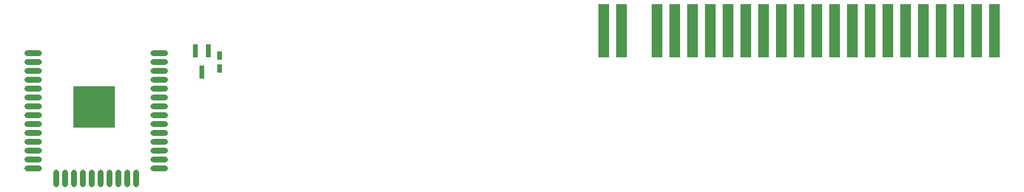
<source format=gtp>
%TF.GenerationSoftware,KiCad,Pcbnew,(5.1.8)-1*%
%TF.CreationDate,2020-12-05T18:28:33+00:00*%
%TF.ProjectId,ZX21,5a583231-2e6b-4696-9361-645f70636258,v01*%
%TF.SameCoordinates,Original*%
%TF.FileFunction,Paste,Top*%
%TF.FilePolarity,Positive*%
%FSLAX46Y46*%
G04 Gerber Fmt 4.6, Leading zero omitted, Abs format (unit mm)*
G04 Created by KiCad (PCBNEW (5.1.8)-1) date 2020-12-05 18:28:33*
%MOMM*%
%LPD*%
G01*
G04 APERTURE LIST*
%ADD10R,0.750000X1.200000*%
%ADD11R,0.800000X1.900000*%
%ADD12R,6.000000X6.000000*%
%ADD13O,2.500000X0.900000*%
%ADD14O,0.900000X2.500000*%
%ADD15R,1.524000X7.620000*%
G04 APERTURE END LIST*
D10*
%TO.C,C303*%
X60325000Y-46985000D03*
X60325000Y-45085000D03*
%TD*%
D11*
%TO.C,IC303*%
X57787500Y-47450000D03*
X56837500Y-44450000D03*
X58737500Y-44450000D03*
%TD*%
D12*
%TO.C,IC302*%
X42355000Y-52467500D03*
D13*
X33655000Y-44767500D03*
X33655000Y-46037500D03*
X33655000Y-47307500D03*
X33655000Y-48577500D03*
X33655000Y-49847500D03*
X33655000Y-51117500D03*
X33655000Y-52387500D03*
X33655000Y-53657500D03*
X33655000Y-54927500D03*
X33655000Y-56197500D03*
X33655000Y-57467500D03*
X33655000Y-58737500D03*
X33655000Y-60007500D03*
X33655000Y-61277500D03*
D14*
X36940000Y-62767500D03*
X38210000Y-62767500D03*
X39480000Y-62767500D03*
X40750000Y-62767500D03*
X42020000Y-62767500D03*
X43290000Y-62767500D03*
X44560000Y-62767500D03*
X45830000Y-62767500D03*
X47100000Y-62767500D03*
X48370000Y-62767500D03*
D13*
X51655000Y-61277500D03*
X51655000Y-60007500D03*
X51655000Y-58737500D03*
X51655000Y-57467500D03*
X51655000Y-56197500D03*
X51655000Y-54927500D03*
X51655000Y-53657500D03*
X51655000Y-52387500D03*
X51655000Y-51117500D03*
X51655000Y-49847500D03*
X51655000Y-48577500D03*
X51655000Y-47307500D03*
X51655000Y-46037500D03*
X51655000Y-44767500D03*
%TD*%
D15*
%TO.C,EDGE1*%
X115252500Y-41592500D03*
X117792500Y-41592500D03*
X122872500Y-41592500D03*
X125412500Y-41592500D03*
X138112500Y-41592500D03*
X140652500Y-41592500D03*
X143192500Y-41592500D03*
X145732500Y-41592500D03*
X135572500Y-41592500D03*
X133032500Y-41592500D03*
X130492500Y-41592500D03*
X127952500Y-41592500D03*
X168592500Y-41592500D03*
X171132500Y-41592500D03*
X158432500Y-41592500D03*
X160972500Y-41592500D03*
X163512500Y-41592500D03*
X166052500Y-41592500D03*
X155892500Y-41592500D03*
X153352500Y-41592500D03*
X150812500Y-41592500D03*
X148272500Y-41592500D03*
%TD*%
M02*

</source>
